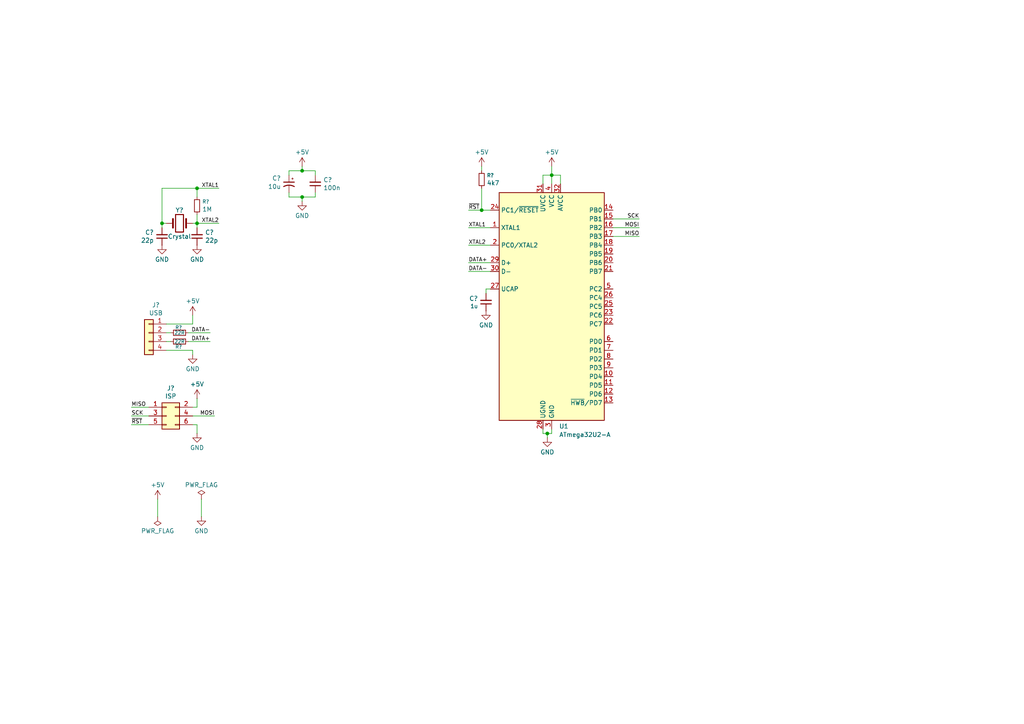
<source format=kicad_sch>
(kicad_sch (version 20250114) (generator "eeschema") (generator_version "9.0")
  (paper "A4")
  (lib_symbols
    (symbol "+5V_1" (power) (pin_numbers (hide yes)) (pin_names (offset 0) (hide yes))
      (property "Value" "+5V" (at 0 3.556 0))
      (symbol "+5V_1_0_1"
        (polyline (pts (xy -0.762 1.27) (xy 0 2.54)))
        (polyline (pts (xy 0 2.54) (xy 0.762 1.27)))
        (polyline (pts (xy 0 0) (xy 0 2.54)))
      )
      (symbol "+5V_1_1_1"
        (pin power_in line (at 0 0 90) (length 0) (name "~") (number "1"))
      )
    )
    (symbol "Connector_Generic:Conn_01x04" (pin_names (offset 1.016) (hide yes))
      (property "Reference" "J" (at 0 5.08 0))
      (property "Value" "Conn_01x04" (at 0 -7.62 0))
      (symbol "Conn_01x04_1_1"
        (rectangle (start -1.27 3.81) (end 1.27 -6.35) (stroke (width 0.254)) (fill (type background)))
        (rectangle (start -1.27 2.667) (end 0 2.413) (stroke (width 0.1524)))
        (rectangle (start -1.27 0.127) (end 0 -0.127) (stroke (width 0.1524)))
        (rectangle (start -1.27 -2.413) (end 0 -2.667) (stroke (width 0.1524)))
        (rectangle (start -1.27 -4.953) (end 0 -5.207) (stroke (width 0.1524)))
        (pin passive line (at -5.08 2.54 0) (length 3.81) (name "Pin_1") (number "1"))
        (pin passive line (at -5.08 0 0) (length 3.81) (name "Pin_2") (number "2"))
        (pin passive line (at -5.08 -2.54 0) (length 3.81) (name "Pin_3") (number "3"))
        (pin passive line (at -5.08 -5.08 0) (length 3.81) (name "Pin_4") (number "4"))
      )
    )
    (symbol "Connector_Generic:Conn_02x03_Odd_Even" (pin_names (offset 1.016) (hide yes))
      (property "Reference" "J" (at 1.27 5.08 0))
      (property "Value" "Conn_02x03_Odd_Even" (at 1.27 -5.08 0))
      (symbol "Conn_02x03_Odd_Even_1_1"
        (rectangle (start -1.27 3.81) (end 3.81 -3.81) (stroke (width 0.254)) (fill (type background)))
        (rectangle (start -1.27 2.667) (end 0 2.413) (stroke (width 0.1524)))
        (rectangle (start -1.27 0.127) (end 0 -0.127) (stroke (width 0.1524)))
        (rectangle (start -1.27 -2.413) (end 0 -2.667) (stroke (width 0.1524)))
        (rectangle (start 3.81 2.667) (end 2.54 2.413) (stroke (width 0.1524)))
        (rectangle (start 3.81 0.127) (end 2.54 -0.127) (stroke (width 0.1524)))
        (rectangle (start 3.81 -2.413) (end 2.54 -2.667) (stroke (width 0.1524)))
        (pin passive line (at -5.08 2.54 0) (length 3.81) (name "Pin_1") (number "1"))
        (pin passive line (at -5.08 0 0) (length 3.81) (name "Pin_3") (number "3"))
        (pin passive line (at -5.08 -2.54 0) (length 3.81) (name "Pin_5") (number "5"))
        (pin passive line (at 7.62 2.54 180) (length 3.81) (name "Pin_2") (number "2"))
        (pin passive line (at 7.62 0 180) (length 3.81) (name "Pin_4") (number "4"))
        (pin passive line (at 7.62 -2.54 180) (length 3.81) (name "Pin_6") (number "6"))
      )
    )
    (symbol "Device:C_Polarized_Small_US" (pin_numbers (hide yes)) (pin_names (offset 0.254) (hide yes))
      (property "Reference" "C" (at 0.254 1.778 0))
      (property "Value" "C_Polarized_Small_US" (at 0.254 -2.032 0))
      (symbol "C_Polarized_Small_US_0_1"
        (polyline (pts (xy -1.524 0.508) (xy 1.524 0.508)) (stroke (width 0.3048)))
        (polyline (pts (xy -1.27 1.524) (xy -0.762 1.524)))
        (polyline (pts (xy -1.016 1.27) (xy -1.016 1.778)))
        (arc (start -1.524 -0.762) (mid 0 -0.3734) (end 1.524 -0.762) (stroke (width 0.3048)))
      )
      (symbol "C_Polarized_Small_US_1_1"
        (pin passive line (at 0 2.54 270) (length 2.032) (name "~") (number "1"))
        (pin passive line (at 0 -2.54 90) (length 2.032) (name "~") (number "2"))
      )
    )
    (symbol "Device:C_Small" (pin_numbers (hide yes)) (pin_names (offset 0.254) (hide yes))
      (property "Reference" "C" (at 0.254 1.778 0))
      (property "Value" "C_Small" (at 0.254 -2.032 0))
      (symbol "C_Small_0_1"
        (polyline (pts (xy -1.524 0.508) (xy 1.524 0.508)) (stroke (width 0.3048)))
        (polyline (pts (xy -1.524 -0.508) (xy 1.524 -0.508)) (stroke (width 0.3302)))
      )
      (symbol "C_Small_1_1"
        (pin passive line (at 0 2.54 270) (length 2.032) (name "~") (number "1"))
        (pin passive line (at 0 -2.54 90) (length 2.032) (name "~") (number "2"))
      )
    )
    (symbol "Device:Crystal" (pin_numbers (hide yes)) (pin_names (offset 1.016) (hide yes))
      (property "Reference" "Y" (at 0 3.81 0))
      (property "Value" "Crystal" (at 0 -3.81 0))
      (symbol "Crystal_0_1"
        (polyline (pts (xy -2.54 0) (xy -1.905 0)))
        (polyline (pts (xy -1.905 -1.27) (xy -1.905 1.27)) (stroke (width 0.508)))
        (rectangle (start -1.143 2.54) (end 1.143 -2.54) (stroke (width 0.3048)))
        (polyline (pts (xy 1.905 -1.27) (xy 1.905 1.27)) (stroke (width 0.508)))
        (polyline (pts (xy 2.54 0) (xy 1.905 0)))
      )
      (symbol "Crystal_1_1"
        (pin passive line (at -3.81 0 0) (length 1.27) (name "1") (number "1"))
        (pin passive line (at 3.81 0 180) (length 1.27) (name "2") (number "2"))
      )
    )
    (symbol "Device:R_Small" (pin_numbers (hide yes)) (pin_names (offset 0.254) (hide yes))
      (property "Reference" "R" (at 0 0 90))
      (property "Value" "R_Small" (at 1.778 0 90))
      (symbol "R_Small_0_1"
        (rectangle (start -0.762 1.778) (end 0.762 -1.778) (stroke (width 0.2032)))
      )
      (symbol "R_Small_1_1"
        (pin passive line (at 0 2.54 270) (length 0.762) (name "~") (number "1"))
        (pin passive line (at 0 -2.54 90) (length 0.762) (name "~") (number "2"))
      )
    )
    (symbol "GND_1" (power) (pin_numbers (hide yes)) (pin_names (offset 0) (hide yes))
      (property "Value" "GND" (at 0 -3.81 0))
      (symbol "GND_1_0_1"
        (polyline (pts (xy 0 0) (xy 0 -1.27) (xy 1.27 -1.27) (xy 0 -2.54) (xy -1.27 -1.27) (xy 0 -1.27)))
      )
      (symbol "GND_1_1_1"
        (pin power_in line (at 0 0 270) (length 0) (name "~") (number "1"))
      )
    )
    (symbol "MCU_Microchip_ATmega:ATmega32U2-A"
      (property "Reference" "U" (at -15.24 34.29 0))
      (property "Value" "ATmega32U2-A" (at 2.54 -34.29 0))
      (symbol "ATmega32U2-A_0_1"
        (rectangle (start -15.24 -33.02) (end 15.24 33.02) (stroke (width 0.254)) (fill (type background)))
      )
      (symbol "ATmega32U2-A_1_1"
        (pin bidirectional line (at -17.78 27.94 0) (length 2.54) (name "PC1/~{RESET}") (number "24"))
        (pin input line (at -17.78 22.86 0) (length 2.54) (name "XTAL1") (number "1"))
        (pin bidirectional line (at -17.78 17.78 0) (length 2.54) (name "PC0/XTAL2") (number "2"))
        (pin bidirectional line (at -17.78 12.7 0) (length 2.54) (name "D+") (number "29"))
        (pin bidirectional line (at -17.78 10.16 0) (length 2.54) (name "D-") (number "30"))
        (pin passive line (at -17.78 5.08 0) (length 2.54) (name "UCAP") (number "27"))
        (pin power_in line (at -2.54 35.56 270) (length 2.54) (name "UVCC") (number "31"))
        (pin power_in line (at -2.54 -35.56 90) (length 2.54) (name "UGND") (number "28"))
        (pin power_in line (at 0 35.56 270) (length 2.54) (name "VCC") (number "4"))
        (pin power_in line (at 0 -35.56 90) (length 2.54) (name "GND") (number "3"))
        (pin power_in line (at 2.54 35.56 270) (length 2.54) (name "AVCC") (number "32"))
        (pin bidirectional line (at 17.78 27.94 180) (length 2.54) (name "PB0") (number "14"))
        (pin bidirectional line (at 17.78 25.4 180) (length 2.54) (name "PB1") (number "15"))
        (pin bidirectional line (at 17.78 22.86 180) (length 2.54) (name "PB2") (number "16"))
        (pin bidirectional line (at 17.78 20.32 180) (length 2.54) (name "PB3") (number "17"))
        (pin bidirectional line (at 17.78 17.78 180) (length 2.54) (name "PB4") (number "18"))
        (pin bidirectional line (at 17.78 15.24 180) (length 2.54) (name "PB5") (number "19"))
        (pin bidirectional line (at 17.78 12.7 180) (length 2.54) (name "PB6") (number "20"))
        (pin bidirectional line (at 17.78 10.16 180) (length 2.54) (name "PB7") (number "21"))
        (pin bidirectional line (at 17.78 5.08 180) (length 2.54) (name "PC2") (number "5"))
        (pin bidirectional line (at 17.78 2.54 180) (length 2.54) (name "PC4") (number "26"))
        (pin bidirectional line (at 17.78 0 180) (length 2.54) (name "PC5") (number "25"))
        (pin bidirectional line (at 17.78 -2.54 180) (length 2.54) (name "PC6") (number "23"))
        (pin bidirectional line (at 17.78 -5.08 180) (length 2.54) (name "PC7") (number "22"))
        (pin bidirectional line (at 17.78 -10.16 180) (length 2.54) (name "PD0") (number "6"))
        (pin bidirectional line (at 17.78 -12.7 180) (length 2.54) (name "PD1") (number "7"))
        (pin bidirectional line (at 17.78 -15.24 180) (length 2.54) (name "PD2") (number "8"))
        (pin bidirectional line (at 17.78 -17.78 180) (length 2.54) (name "PD3") (number "9"))
        (pin bidirectional line (at 17.78 -20.32 180) (length 2.54) (name "PD4") (number "10"))
        (pin bidirectional line (at 17.78 -22.86 180) (length 2.54) (name "PD5") (number "11"))
        (pin bidirectional line (at 17.78 -25.4 180) (length 2.54) (name "PD6") (number "12"))
        (pin bidirectional line (at 17.78 -27.94 180) (length 2.54) (name "~{HWB}/PD7") (number "13"))
      )
    )
    (symbol "power:PWR_FLAG" (power) (pin_numbers (hide yes)) (pin_names (offset 0) (hide yes))
      (property "Value" "PWR_FLAG" (at 0 3.81 0))
      (symbol "PWR_FLAG_0_0"
        (pin power_out line (at 0 0 90) (length 0) (name "~") (number "1"))
      )
      (symbol "PWR_FLAG_0_1"
        (polyline (pts (xy 0 0) (xy 0 1.27) (xy -1.016 1.905) (xy 0 2.54) (xy 1.016 1.905) (xy 0 1.27)))
      )
    )
  )
  (junction (at 158.75 125.73))
  (junction (at 87.63 57.15))
  (junction (at 139.7 60.96))
  (junction (at 57.15 64.77))
  (junction (at 160.02 50.8))
  (junction (at 57.15 54.61))
  (junction (at 46.99 64.77))
  (junction (at 87.63 49.53))
  (wire (pts (xy 160.02 50.8) (xy 162.56 50.8)))
  (wire (pts (xy 46.99 64.77) (xy 46.99 66.04)))
  (wire (pts (xy 63.5 54.61) (xy 57.15 54.61)))
  (wire (pts (xy 177.8 63.5) (xy 185.42 63.5)))
  (wire (pts (xy 140.97 85.09) (xy 140.97 83.82)))
  (wire (pts (xy 48.26 93.98) (xy 55.88 93.98)))
  (wire (pts (xy 57.15 64.77) (xy 57.15 66.04)))
  (wire (pts (xy 83.82 50.8) (xy 83.82 49.53)))
  (wire (pts (xy 91.44 57.15) (xy 91.44 55.88)))
  (wire (pts (xy 158.75 127) (xy 158.75 125.73)))
  (wire (pts (xy 139.7 60.96) (xy 135.89 60.96)))
  (wire (pts (xy 160.02 50.8) (xy 160.02 48.26)))
  (wire (pts (xy 160.02 50.8) (xy 160.02 53.34)))
  (wire (pts (xy 45.72 149.86) (xy 45.72 144.78)))
  (wire (pts (xy 177.8 66.04) (xy 185.42 66.04)))
  (wire (pts (xy 48.26 101.6) (xy 55.88 101.6)))
  (wire (pts (xy 55.88 120.65) (xy 62.23 120.65)))
  (wire (pts (xy 139.7 48.26) (xy 139.7 49.53)))
  (wire (pts (xy 57.15 123.19) (xy 55.88 123.19)))
  (wire (pts (xy 142.24 66.04) (xy 135.89 66.04)))
  (wire (pts (xy 142.24 60.96) (xy 139.7 60.96)))
  (wire (pts (xy 57.15 118.11) (xy 57.15 115.57)))
  (wire (pts (xy 87.63 58.42) (xy 87.63 57.15)))
  (wire (pts (xy 48.26 64.77) (xy 46.99 64.77)))
  (wire (pts (xy 43.18 120.65) (xy 38.1 120.65)))
  (wire (pts (xy 55.88 64.77) (xy 57.15 64.77)))
  (wire (pts (xy 87.63 57.15) (xy 91.44 57.15)))
  (wire (pts (xy 135.89 78.74) (xy 142.24 78.74)))
  (wire (pts (xy 54.61 99.06) (xy 60.96 99.06)))
  (wire (pts (xy 43.18 123.19) (xy 38.1 123.19)))
  (wire (pts (xy 87.63 48.26) (xy 87.63 49.53)))
  (wire (pts (xy 57.15 54.61) (xy 46.99 54.61)))
  (wire (pts (xy 48.26 96.52) (xy 49.53 96.52)))
  (wire (pts (xy 58.42 144.78) (xy 58.42 149.86)))
  (wire (pts (xy 140.97 83.82) (xy 142.24 83.82)))
  (wire (pts (xy 142.24 76.2) (xy 135.89 76.2)))
  (wire (pts (xy 160.02 125.73) (xy 160.02 124.46)))
  (wire (pts (xy 157.48 50.8) (xy 157.48 53.34)))
  (wire (pts (xy 83.82 55.88) (xy 83.82 57.15)))
  (wire (pts (xy 55.88 101.6) (xy 55.88 102.87)))
  (wire (pts (xy 57.15 57.15) (xy 57.15 54.61)))
  (wire (pts (xy 157.48 50.8) (xy 160.02 50.8)))
  (wire (pts (xy 139.7 54.61) (xy 139.7 60.96)))
  (wire (pts (xy 162.56 50.8) (xy 162.56 53.34)))
  (wire (pts (xy 157.48 125.73) (xy 158.75 125.73)))
  (wire (pts (xy 57.15 62.23) (xy 57.15 64.77)))
  (wire (pts (xy 87.63 49.53) (xy 91.44 49.53)))
  (wire (pts (xy 157.48 124.46) (xy 157.48 125.73)))
  (wire (pts (xy 46.99 54.61) (xy 46.99 64.77)))
  (wire (pts (xy 54.61 96.52) (xy 60.96 96.52)))
  (wire (pts (xy 177.8 68.58) (xy 185.42 68.58)))
  (wire (pts (xy 83.82 49.53) (xy 87.63 49.53)))
  (wire (pts (xy 57.15 64.77) (xy 63.5 64.77)))
  (wire (pts (xy 48.26 99.06) (xy 49.53 99.06)))
  (wire (pts (xy 91.44 49.53) (xy 91.44 50.8)))
  (wire (pts (xy 55.88 118.11) (xy 57.15 118.11)))
  (wire (pts (xy 43.18 118.11) (xy 38.1 118.11)))
  (wire (pts (xy 57.15 125.73) (xy 57.15 123.19)))
  (wire (pts (xy 83.82 57.15) (xy 87.63 57.15)))
  (wire (pts (xy 142.24 71.12) (xy 135.89 71.12)))
  (wire (pts (xy 158.75 125.73) (xy 160.02 125.73)))
  (wire (pts (xy 55.88 93.98) (xy 55.88 91.44)))
  (label "XTAL1" (at 63.5 54.61 180) (effects (font (size 1.1176 1.1176))))
  (label "SCK" (at 38.1 120.65 0) (effects (font (size 1.1176 1.1176))))
  (label "MOSI" (at 62.23 120.65 180) (effects (font (size 1.1176 1.1176))))
  (label "MOSI" (at 185.42 66.04 180) (effects (font (size 1.1176 1.1176))))
  (label "DATA-" (at 60.96 96.52 180) (effects (font (size 1.1176 1.1176))))
  (label "SCK" (at 185.42 63.5 180) (effects (font (size 1.1176 1.1176))))
  (label "XTAL2" (at 135.89 71.12 0) (effects (font (size 1.1176 1.1176))))
  (label "XTAL1" (at 135.89 66.04 0) (effects (font (size 1.1176 1.1176))))
  (label "DATA-" (at 135.89 78.74 0) (effects (font (size 1.1176 1.1176))))
  (label "DATA+" (at 135.89 76.2 0) (effects (font (size 1.1176 1.1176))))
  (label "~{RST}" (at 135.89 60.96 0) (effects (font (size 1.1176 1.1176))))
  (label "MISO" (at 185.42 68.58 180) (effects (font (size 1.1176 1.1176))))
  (label "DATA+" (at 60.96 99.06 180) (effects (font (size 1.1176 1.1176))))
  (label "MISO" (at 38.1 118.11 0) (effects (font (size 1.1176 1.1176))))
  (label "XTAL2" (at 63.5 64.77 180) (effects (font (size 1.1176 1.1176))))
  (label "~{RST}" (at 38.1 123.19 0) (effects (font (size 1.1176 1.1176))))
  (symbol (lib_id "Device:Crystal") (at 52.07 64.77 0) (unit 1)
    (property "Reference" "Y?" (at 52.07 60.96 0))
    (property "Value" "Crystal" (at 52.07 68.58 0))
  )
  (symbol (lib_id "Device:C_Small") (at 46.99 68.58 0) (mirror x) (unit 1)
    (property "Reference" "C?" (at 44.6532 67.4116 0) (effects (justify right)))
    (property "Value" "22p" (at 44.6532 69.723 0) (effects (justify right)))
  )
  (symbol (lib_id "Connector_Generic:Conn_02x03_Odd_Even") (at 48.26 120.65 0) (unit 1)
    (property "Reference" "J?" (at 49.53 112.5982 0))
    (property "Value" "ISP" (at 49.53 114.9096 0))
  )
  (symbol (lib_id "Device:C_Small") (at 57.15 68.58 180) (unit 1)
    (property "Reference" "C?" (at 59.4868 67.4116 0) (effects (justify right)))
    (property "Value" "22p" (at 59.4868 69.723 0) (effects (justify right)))
  )
  (symbol (lib_id "Device:C_Small") (at 140.97 87.63 0) (mirror x) (unit 1)
    (property "Reference" "C?" (at 138.6586 86.5886 0) (effects (justify right)))
    (property "Value" "1u" (at 138.6586 88.7984 0) (effects (font (size 1.1176 1.1176)) (justify right)))
  )
  (symbol (lib_id "Connector_Generic:Conn_01x04") (at 43.18 96.52 0) (mirror y) (unit 1)
    (property "Reference" "J?" (at 45.212 88.4682 0))
    (property "Value" "USB" (at 45.212 90.7796 0))
  )
  (symbol (lib_id "Device:C_Small") (at 91.44 53.34 180) (unit 1)
    (property "Reference" "C?" (at 93.7768 52.1716 0) (effects (justify right)))
    (property "Value" "100n" (at 93.7768 54.483 0) (effects (justify right)))
  )
  (symbol (lib_id "Device:R_Small") (at 57.15 59.69 0) (unit 1)
    (property "Reference" "R?" (at 58.6486 58.4778 0) (effects (font (size 1.016 1.016)) (justify left)))
    (property "Value" "1M" (at 58.6486 60.6977 0) (effects (justify left)))
    (property "Description" "Resistor, small symbol" (effects (hide yes)))
  )
  (symbol (lib_id "Device:R_Small") (at 52.07 96.52 90) (unit 1)
    (property "Reference" "R?" (at 51.816 94.996 90) (effects (font (size 1.016 1.016))))
    (property "Value" "22R" (at 52.07 96.52 90) (effects (font (size 1 1))))
    (property "Description" "Resistor, small symbol" (effects (hide yes)))
  )
  (symbol (lib_name "GND_1") (lib_id "power:GND") (at 58.42 149.86 0) (unit 1)
    (property "Reference" "#PWR0110" (effects (hide yes)))
    (property "Value" "GND" (at 58.42 153.9931 0))
    (property "Description" "Power symbol creates a global label with name \"GND\" , ground" (effects (hide yes)))
  )
  (symbol (lib_id "power:PWR_FLAG") (at 58.42 144.78 0) (unit 1)
    (property "Reference" "#FLG0101" (effects (hide yes)))
    (property "Value" "PWR_FLAG" (at 58.42 140.6469 0))
    (property "Description" "Special symbol for telling ERC where power comes from" (effects (hide yes)))
  )
  (symbol (lib_name "+5V_1") (lib_id "power:+5V") (at 87.63 48.26 0) (unit 1)
    (property "Reference" "#PWR0101" (effects (hide yes)))
    (property "Value" "+5V" (at 87.63 44.1269 0))
    (property "Description" "Power symbol creates a global label with name \"+5V\"" (effects (hide yes)))
  )
  (symbol (lib_id "MCU_Microchip_ATmega:ATmega32U2-A") (at 160.02 88.9 0) (unit 1)
    (property "Reference" "U1" (at 162.1633 123.6401 0) (effects (justify left)))
    (property "Value" "ATmega32U2-A" (at 162.1633 126.0644 0) (effects (justify left)))
    (property "Footprint" "Package_QFP:TQFP-32_7x7mm_P0.8mm" (effects (hide yes)))
    (property "Datasheet" "http://ww1.microchip.com/downloads/en/DeviceDoc/doc7799.pdf" (effects (hide yes)))
    (property "Description" "16MHz, 32kB Flash, 1kB SRAM, 1kB EEPROM, TQFP-32" (effects (hide yes)))
  )
  (symbol (lib_id "Device:R_Small") (at 139.7 52.07 0) (unit 1)
    (property "Reference" "R?" (at 141.1986 50.8578 0) (effects (font (size 1.016 1.016)) (justify left)))
    (property "Value" "4k7" (at 141.1986 53.0777 0) (effects (justify left)))
    (property "Description" "Resistor, small symbol" (effects (hide yes)))
  )
  (symbol (lib_name "GND_1") (lib_id "power:GND") (at 87.63 58.42 0) (unit 1)
    (property "Reference" "#PWR0106" (effects (hide yes)))
    (property "Value" "GND" (at 87.63 62.5531 0))
    (property "Description" "Power symbol creates a global label with name \"GND\" , ground" (effects (hide yes)))
  )
  (symbol (lib_name "GND_1") (lib_id "power:GND") (at 57.15 125.73 0) (unit 1)
    (property "Reference" "#PWR0112" (effects (hide yes)))
    (property "Value" "GND" (at 57.15 129.8631 0))
    (property "Description" "Power symbol creates a global label with name \"GND\" , ground" (effects (hide yes)))
  )
  (symbol (lib_name "+5V_1") (lib_id "power:+5V") (at 139.7 48.26 0) (unit 1)
    (property "Reference" "#PWR0103" (effects (hide yes)))
    (property "Value" "+5V" (at 139.7 44.1269 0))
    (property "Description" "Power symbol creates a global label with name \"+5V\"" (effects (hide yes)))
  )
  (symbol (lib_name "+5V_1") (lib_id "power:+5V") (at 160.02 48.26 0) (unit 1)
    (property "Reference" "#PWR0102" (effects (hide yes)))
    (property "Value" "+5V" (at 160.02 44.1269 0))
    (property "Description" "Power symbol creates a global label with name \"+5V\"" (effects (hide yes)))
  )
  (symbol (lib_id "Device:R_Small") (at 52.07 99.06 90) (mirror x) (unit 1)
    (property "Reference" "R?" (at 51.816 100.584 90) (effects (font (size 1.016 1.016))))
    (property "Value" "22R" (at 52.07 99.06 90) (effects (font (size 1 1))))
    (property "Description" "Resistor, small symbol" (effects (hide yes)))
  )
  (symbol (lib_name "+5V_1") (lib_id "power:+5V") (at 57.15 115.57 0) (unit 1)
    (property "Reference" "#PWR0111" (effects (hide yes)))
    (property "Value" "+5V" (at 57.15 111.4369 0))
    (property "Description" "Power symbol creates a global label with name \"+5V\"" (effects (hide yes)))
  )
  (symbol (lib_name "GND_1") (lib_id "power:GND") (at 158.75 127 0) (unit 1)
    (property "Reference" "#PWR0113" (effects (hide yes)))
    (property "Value" "GND" (at 158.75 131.1331 0))
    (property "Description" "Power symbol creates a global label with name \"GND\" , ground" (effects (hide yes)))
  )
  (symbol (lib_name "GND_1") (lib_id "power:GND") (at 57.15 71.12 0) (unit 1)
    (property "Reference" "#PWR0104" (effects (hide yes)))
    (property "Value" "GND" (at 57.15 75.2531 0))
    (property "Description" "Power symbol creates a global label with name \"GND\" , ground" (effects (hide yes)))
  )
  (symbol (lib_name "GND_1") (lib_id "power:GND") (at 46.99 71.12 0) (unit 1)
    (property "Reference" "#PWR0105" (effects (hide yes)))
    (property "Value" "GND" (at 46.99 75.2531 0))
    (property "Description" "Power symbol creates a global label with name \"GND\" , ground" (effects (hide yes)))
  )
  (symbol (lib_name "GND_1") (lib_id "power:GND") (at 140.97 90.17 0) (unit 1)
    (property "Reference" "#PWR0114" (effects (hide yes)))
    (property "Value" "GND" (at 140.97 94.3031 0))
    (property "Description" "Power symbol creates a global label with name \"GND\" , ground" (effects (hide yes)))
  )
  (symbol (lib_id "Device:C_Polarized_Small_US") (at 83.82 53.34 0) (mirror y) (unit 1)
    (property "Reference" "C?" (at 81.5086 51.696 0) (effects (justify left)))
    (property "Value" "10u" (at 81.5086 54.1203 0) (effects (justify left)))
    (property "Description" "Polarized capacitor, small US symbol" (effects (hide yes)))
  )
  (symbol (lib_id "power:PWR_FLAG") (at 45.72 149.86 180) (unit 1)
    (property "Reference" "#FLG0102" (effects (hide yes)))
    (property "Value" "PWR_FLAG" (at 45.72 153.9931 0))
    (property "Description" "Special symbol for telling ERC where power comes from" (effects (hide yes)))
  )
  (symbol (lib_name "+5V_1") (lib_id "power:+5V") (at 45.72 144.78 0) (unit 1)
    (property "Reference" "#PWR0109" (effects (hide yes)))
    (property "Value" "+5V" (at 45.72 140.6469 0))
    (property "Description" "Power symbol creates a global label with name \"+5V\"" (effects (hide yes)))
  )
  (symbol (lib_name "+5V_1") (lib_id "power:+5V") (at 55.88 91.44 0) (unit 1)
    (property "Reference" "#PWR0108" (effects (hide yes)))
    (property "Value" "+5V" (at 55.88 87.3069 0))
    (property "Description" "Power symbol creates a global label with name \"+5V\"" (effects (hide yes)))
  )
  (symbol (lib_name "GND_1") (lib_id "power:GND") (at 55.88 102.87 0) (unit 1)
    (property "Reference" "#PWR0107" (effects (hide yes)))
    (property "Value" "GND" (at 55.88 107.0031 0))
    (property "Description" "Power symbol creates a global label with name \"GND\" , ground" (effects (hide yes)))
  )
)
</source>
